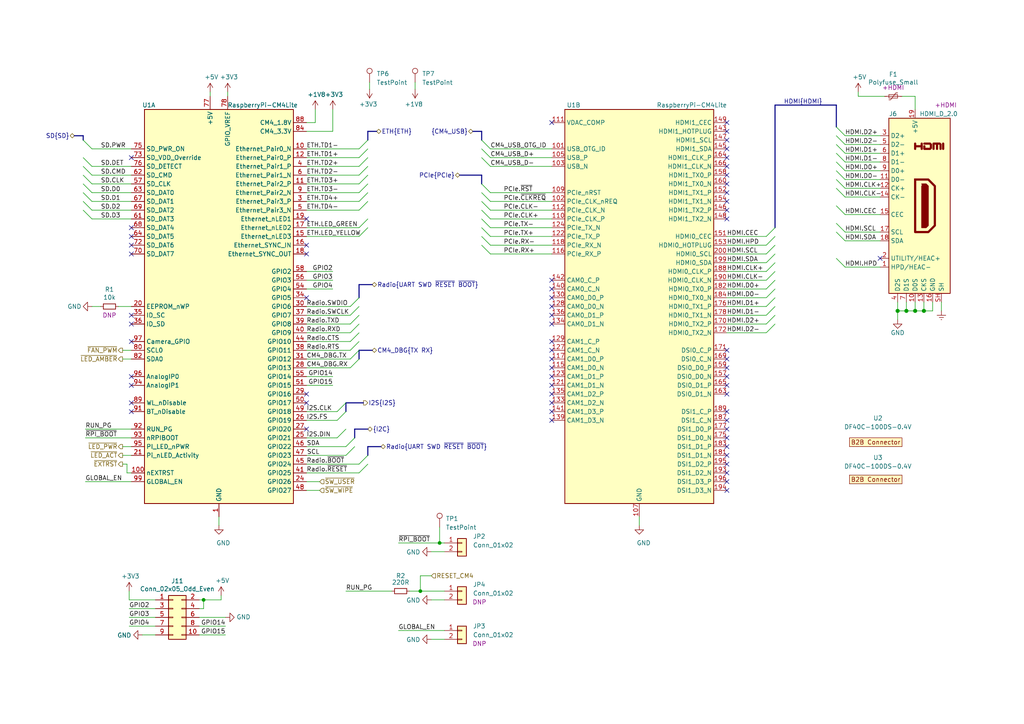
<source format=kicad_sch>
(kicad_sch (version 20210621) (generator eeschema)
  (paper "A4")
  (title_block (title "Compute Module 4") (date "2021-01-12") (rev "0.1") (company "Nabu Casa") (comment 1 "www.nabucasa.com") (comment 2 "Amber"))
  (bus_alias "UART" (members "TXD" "RXD" "CTS" "RTS"))
  (bus_alias "HDMI" (members "D0+" "D0-" "D1+" "D1-" "D2+" "D2-" "CLK+" "CLK-" "CEC" "HPD" "SDA" "SCL"))
  (bus_alias "SD" (members "D[0..3]" "CMD" "CLK" "PWR" "DET"))
  (bus_alias "PCIe" (members "~{RST}" "~{CLKREQ}" "CLK+" "CLK-" "TX+" "TX-" "RX+" "RX-"))
  (junction (at 59.055 173.99) (diameter 0.9144))
  (junction (at 121.92 171.45) (diameter 0.9144))
  (junction (at 127.508 157.48) (diameter 0.9144))
  (junction (at 260.35 90.17) (diameter 1.016))
  (junction (at 262.89 90.17) (diameter 1.016))
  (junction (at 265.43 90.17) (diameter 1.016))
  (junction (at 267.97 90.17) (diameter 1.016))
  (no_connect (at 38.1 45.72))
  (no_connect (at 38.1 66.04))
  (no_connect (at 38.1 68.58))
  (no_connect (at 38.1 71.12))
  (no_connect (at 38.1 73.66))
  (no_connect (at 38.1 91.44))
  (no_connect (at 38.1 93.98))
  (no_connect (at 38.1 99.06))
  (no_connect (at 38.1 109.22))
  (no_connect (at 38.1 111.76))
  (no_connect (at 38.1 116.84))
  (no_connect (at 38.1 119.38))
  (no_connect (at 88.9 63.5))
  (no_connect (at 88.9 71.12))
  (no_connect (at 88.9 73.66))
  (no_connect (at 88.9 86.36))
  (no_connect (at 88.9 114.3))
  (no_connect (at 88.9 116.84))
  (no_connect (at 88.9 124.46))
  (no_connect (at 160.02 35.56))
  (no_connect (at 160.02 81.28))
  (no_connect (at 160.02 83.82))
  (no_connect (at 160.02 86.36))
  (no_connect (at 160.02 88.9))
  (no_connect (at 160.02 91.44))
  (no_connect (at 160.02 93.98))
  (no_connect (at 160.02 99.06))
  (no_connect (at 160.02 101.6))
  (no_connect (at 160.02 104.14))
  (no_connect (at 160.02 106.68))
  (no_connect (at 160.02 109.22))
  (no_connect (at 160.02 111.76))
  (no_connect (at 160.02 114.3))
  (no_connect (at 160.02 116.84))
  (no_connect (at 160.02 119.38))
  (no_connect (at 160.02 121.92))
  (no_connect (at 210.82 35.56))
  (no_connect (at 210.82 38.1))
  (no_connect (at 210.82 40.64))
  (no_connect (at 210.82 43.18))
  (no_connect (at 210.82 45.72))
  (no_connect (at 210.82 48.26))
  (no_connect (at 210.82 50.8))
  (no_connect (at 210.82 53.34))
  (no_connect (at 210.82 55.88))
  (no_connect (at 210.82 58.42))
  (no_connect (at 210.82 60.96))
  (no_connect (at 210.82 63.5))
  (no_connect (at 210.82 101.6))
  (no_connect (at 210.82 104.14))
  (no_connect (at 210.82 106.68))
  (no_connect (at 210.82 109.22))
  (no_connect (at 210.82 111.76))
  (no_connect (at 210.82 114.3))
  (no_connect (at 210.82 119.38))
  (no_connect (at 210.82 121.92))
  (no_connect (at 210.82 124.46))
  (no_connect (at 210.82 127))
  (no_connect (at 210.82 129.54))
  (no_connect (at 210.82 132.08))
  (no_connect (at 210.82 134.62))
  (no_connect (at 210.82 137.16))
  (no_connect (at 210.82 139.7))
  (no_connect (at 210.82 142.24))
  (no_connect (at 255.27 74.93))
  (bus_entry (at 24.13 40.64) (size 2.54 2.54) (stroke (width 0.1524)))
  (bus_entry (at 24.13 45.72) (size 2.54 2.54) (stroke (width 0.1524)))
  (bus_entry (at 24.13 48.26) (size 2.54 2.54) (stroke (width 0.1524)))
  (bus_entry (at 24.13 50.8) (size 2.54 2.54) (stroke (width 0.1524)))
  (bus_entry (at 24.13 53.34) (size 2.54 2.54) (stroke (width 0.1524)))
  (bus_entry (at 24.13 55.88) (size 2.54 2.54) (stroke (width 0.1524)))
  (bus_entry (at 24.13 58.42) (size 2.54 2.54) (stroke (width 0.1524)))
  (bus_entry (at 24.13 60.96) (size 2.54 2.54) (stroke (width 0.1524)))
  (bus_entry (at 100.33 116.84) (size -2.54 2.54) (stroke (width 0.1524)))
  (bus_entry (at 100.33 119.38) (size -2.54 2.54) (stroke (width 0.1524)))
  (bus_entry (at 100.33 124.46) (size -2.54 2.54) (stroke (width 0.1524)))
  (bus_entry (at 102.87 127) (size -2.54 2.54) (stroke (width 0.1524)))
  (bus_entry (at 102.87 129.54) (size -2.54 2.54) (stroke (width 0.1524)))
  (bus_entry (at 104.14 43.18) (size 2.54 -2.54) (stroke (width 0.1524)))
  (bus_entry (at 104.14 45.72) (size 2.54 -2.54) (stroke (width 0.1524)))
  (bus_entry (at 104.14 48.26) (size 2.54 -2.54) (stroke (width 0.1524)))
  (bus_entry (at 104.14 50.8) (size 2.54 -2.54) (stroke (width 0.1524)))
  (bus_entry (at 104.14 53.34) (size 2.54 -2.54) (stroke (width 0.1524)))
  (bus_entry (at 104.14 55.88) (size 2.54 -2.54) (stroke (width 0.1524)))
  (bus_entry (at 104.14 58.42) (size 2.54 -2.54) (stroke (width 0.1524)))
  (bus_entry (at 104.14 60.96) (size 2.54 -2.54) (stroke (width 0.1524)))
  (bus_entry (at 104.14 66.04) (size 2.54 -2.54) (stroke (width 0.1524)))
  (bus_entry (at 104.14 68.58) (size 2.54 -2.54) (stroke (width 0.1524)))
  (bus_entry (at 104.14 86.36) (size -2.54 2.54) (stroke (width 0.1524)))
  (bus_entry (at 104.14 88.9) (size -2.54 2.54) (stroke (width 0.1524)))
  (bus_entry (at 104.14 91.44) (size -2.54 2.54) (stroke (width 0.1524)))
  (bus_entry (at 104.14 93.98) (size -2.54 2.54) (stroke (width 0.1524)))
  (bus_entry (at 104.14 96.52) (size -2.54 2.54) (stroke (width 0.1524)))
  (bus_entry (at 104.14 99.06) (size -2.54 2.54) (stroke (width 0.1524)))
  (bus_entry (at 104.14 101.6) (size -2.54 2.54) (stroke (width 0.1524)))
  (bus_entry (at 104.14 104.14) (size -2.54 2.54) (stroke (width 0.1524)))
  (bus_entry (at 106.68 132.08) (size -2.54 2.54) (stroke (width 0.1524)))
  (bus_entry (at 106.68 134.62) (size -2.54 2.54) (stroke (width 0.1524)))
  (bus_entry (at 139.7 40.64) (size 2.54 2.54) (stroke (width 0.1524)))
  (bus_entry (at 139.7 43.18) (size 2.54 2.54) (stroke (width 0.1524)))
  (bus_entry (at 139.7 45.72) (size 2.54 2.54) (stroke (width 0.1524)))
  (bus_entry (at 139.7 53.34) (size 2.54 2.54) (stroke (width 0.1524)))
  (bus_entry (at 139.7 55.88) (size 2.54 2.54) (stroke (width 0.1524)))
  (bus_entry (at 139.7 58.42) (size 2.54 2.54) (stroke (width 0.1524)))
  (bus_entry (at 139.7 60.96) (size 2.54 2.54) (stroke (width 0.1524)))
  (bus_entry (at 139.7 63.5) (size 2.54 2.54) (stroke (width 0.1524)))
  (bus_entry (at 139.7 66.04) (size 2.54 2.54) (stroke (width 0.1524)))
  (bus_entry (at 139.7 68.58) (size 2.54 2.54) (stroke (width 0.1524)))
  (bus_entry (at 139.7 71.12) (size 2.54 2.54) (stroke (width 0.1524)))
  (bus_entry (at 224.79 66.04) (size -2.54 2.54) (stroke (width 0.1524)))
  (bus_entry (at 224.79 68.58) (size -2.54 2.54) (stroke (width 0.1524)))
  (bus_entry (at 224.79 71.12) (size -2.54 2.54) (stroke (width 0.1524)))
  (bus_entry (at 224.79 73.66) (size -2.54 2.54) (stroke (width 0.1524)))
  (bus_entry (at 224.79 76.2) (size -2.54 2.54) (stroke (width 0.1524)))
  (bus_entry (at 224.79 78.74) (size -2.54 2.54) (stroke (width 0.1524)))
  (bus_entry (at 224.79 81.28) (size -2.54 2.54) (stroke (width 0.1524)))
  (bus_entry (at 224.79 83.82) (size -2.54 2.54) (stroke (width 0.1524)))
  (bus_entry (at 224.79 86.36) (size -2.54 2.54) (stroke (width 0.1524)))
  (bus_entry (at 224.79 88.9) (size -2.54 2.54) (stroke (width 0.1524)))
  (bus_entry (at 224.79 91.44) (size -2.54 2.54) (stroke (width 0.1524)))
  (bus_entry (at 224.79 93.98) (size -2.54 2.54) (stroke (width 0.1524)))
  (bus_entry (at 242.57 36.83) (size 2.54 2.54) (stroke (width 0.1524)))
  (bus_entry (at 242.57 39.37) (size 2.54 2.54) (stroke (width 0.1524)))
  (bus_entry (at 242.57 41.91) (size 2.54 2.54) (stroke (width 0.1524)))
  (bus_entry (at 242.57 44.45) (size 2.54 2.54) (stroke (width 0.1524)))
  (bus_entry (at 242.57 46.99) (size 2.54 2.54) (stroke (width 0.1524)))
  (bus_entry (at 242.57 49.53) (size 2.54 2.54) (stroke (width 0.1524)))
  (bus_entry (at 242.57 52.07) (size 2.54 2.54) (stroke (width 0.1524)))
  (bus_entry (at 242.57 54.61) (size 2.54 2.54) (stroke (width 0.1524)))
  (bus_entry (at 242.57 59.69) (size 2.54 2.54) (stroke (width 0.1524)))
  (bus_entry (at 242.57 64.77) (size 2.54 2.54) (stroke (width 0.1524)))
  (bus_entry (at 242.57 67.31) (size 2.54 2.54) (stroke (width 0.1524)))
  (bus_entry (at 242.57 74.93) (size 2.54 2.54) (stroke (width 0.1524)))
  (wire (pts (xy 24.765 124.46) (xy 38.1 124.46)))
  (wire (pts (xy 24.765 127) (xy 38.1 127)))
  (wire (pts (xy 24.765 139.7) (xy 38.1 139.7)))
  (wire (pts (xy 26.67 43.18) (xy 38.1 43.18)))
  (wire (pts (xy 26.67 48.26) (xy 38.1 48.26)))
  (wire (pts (xy 26.67 50.8) (xy 38.1 50.8)))
  (wire (pts (xy 26.67 53.34) (xy 38.1 53.34)))
  (wire (pts (xy 26.67 55.88) (xy 38.1 55.88)))
  (wire (pts (xy 26.67 58.42) (xy 38.1 58.42)))
  (wire (pts (xy 26.67 60.96) (xy 38.1 60.96)))
  (wire (pts (xy 26.67 63.5) (xy 38.1 63.5)))
  (wire (pts (xy 26.67 88.9) (xy 29.21 88.9)))
  (wire (pts (xy 34.29 88.9) (xy 38.1 88.9)))
  (wire (pts (xy 35.56 101.6) (xy 38.1 101.6)))
  (wire (pts (xy 35.56 104.14) (xy 38.1 104.14)))
  (wire (pts (xy 35.56 129.54) (xy 38.1 129.54)))
  (wire (pts (xy 35.56 132.08) (xy 38.1 132.08)))
  (wire (pts (xy 36.83 134.62) (xy 35.56 134.62)))
  (wire (pts (xy 36.83 137.16) (xy 36.83 134.62)))
  (wire (pts (xy 37.465 173.99) (xy 37.465 171.45)))
  (wire (pts (xy 37.465 176.53) (xy 45.085 176.53)))
  (wire (pts (xy 37.465 179.07) (xy 45.085 179.07)))
  (wire (pts (xy 37.465 181.61) (xy 45.085 181.61)))
  (wire (pts (xy 38.1 137.16) (xy 36.83 137.16)))
  (wire (pts (xy 41.275 184.15) (xy 45.085 184.15)))
  (wire (pts (xy 45.085 173.99) (xy 37.465 173.99)))
  (wire (pts (xy 57.785 173.99) (xy 59.055 173.99)))
  (wire (pts (xy 57.785 176.53) (xy 59.055 176.53)))
  (wire (pts (xy 57.785 179.07) (xy 65.405 179.07)))
  (wire (pts (xy 57.785 181.61) (xy 65.405 181.61)))
  (wire (pts (xy 57.785 184.15) (xy 65.405 184.15)))
  (wire (pts (xy 59.055 173.99) (xy 64.135 173.99)))
  (wire (pts (xy 59.055 176.53) (xy 59.055 173.99)))
  (wire (pts (xy 60.96 26.67) (xy 60.96 27.94)))
  (wire (pts (xy 63.5 149.86) (xy 63.5 152.4)))
  (wire (pts (xy 64.135 173.99) (xy 64.135 172.72)))
  (wire (pts (xy 66.04 26.67) (xy 66.04 27.94)))
  (wire (pts (xy 88.9 35.56) (xy 91.44 35.56)))
  (wire (pts (xy 88.9 38.1) (xy 96.52 38.1)))
  (wire (pts (xy 88.9 43.18) (xy 104.14 43.18)))
  (wire (pts (xy 88.9 45.72) (xy 104.14 45.72)))
  (wire (pts (xy 88.9 48.26) (xy 104.14 48.26)))
  (wire (pts (xy 88.9 50.8) (xy 104.14 50.8)))
  (wire (pts (xy 88.9 53.34) (xy 104.14 53.34)))
  (wire (pts (xy 88.9 55.88) (xy 104.14 55.88)))
  (wire (pts (xy 88.9 58.42) (xy 104.14 58.42)))
  (wire (pts (xy 88.9 60.96) (xy 104.14 60.96)))
  (wire (pts (xy 88.9 66.04) (xy 104.14 66.04)))
  (wire (pts (xy 88.9 68.58) (xy 104.14 68.58)))
  (wire (pts (xy 88.9 88.9) (xy 101.6 88.9)))
  (wire (pts (xy 88.9 91.44) (xy 101.6 91.44)))
  (wire (pts (xy 88.9 93.98) (xy 101.6 93.98)))
  (wire (pts (xy 88.9 96.52) (xy 101.6 96.52)))
  (wire (pts (xy 88.9 99.06) (xy 101.6 99.06)))
  (wire (pts (xy 88.9 101.6) (xy 101.6 101.6)))
  (wire (pts (xy 88.9 104.14) (xy 101.6 104.14)))
  (wire (pts (xy 88.9 106.68) (xy 101.6 106.68)))
  (wire (pts (xy 88.9 109.22) (xy 96.52 109.22)))
  (wire (pts (xy 88.9 111.76) (xy 96.52 111.76)))
  (wire (pts (xy 88.9 119.38) (xy 97.79 119.38)))
  (wire (pts (xy 88.9 121.92) (xy 97.79 121.92)))
  (wire (pts (xy 88.9 127) (xy 97.79 127)))
  (wire (pts (xy 88.9 129.54) (xy 100.33 129.54)))
  (wire (pts (xy 88.9 132.08) (xy 100.33 132.08)))
  (wire (pts (xy 88.9 134.62) (xy 104.14 134.62)))
  (wire (pts (xy 88.9 137.16) (xy 104.14 137.16)))
  (wire (pts (xy 88.9 139.7) (xy 92.71 139.7)))
  (wire (pts (xy 88.9 142.24) (xy 92.71 142.24)))
  (wire (pts (xy 91.44 35.56) (xy 91.44 31.75)))
  (wire (pts (xy 96.52 38.1) (xy 96.52 31.75)))
  (wire (pts (xy 96.52 78.74) (xy 88.9 78.74)))
  (wire (pts (xy 96.52 81.28) (xy 88.9 81.28)))
  (wire (pts (xy 96.52 83.82) (xy 88.9 83.82)))
  (wire (pts (xy 100.33 171.45) (xy 113.665 171.45)))
  (wire (pts (xy 107.188 23.876) (xy 107.188 25.908)))
  (wire (pts (xy 115.57 157.48) (xy 127.508 157.48)))
  (wire (pts (xy 115.57 182.88) (xy 128.905 182.88)))
  (wire (pts (xy 118.745 171.45) (xy 121.92 171.45)))
  (wire (pts (xy 120.396 23.876) (xy 120.396 25.908)))
  (wire (pts (xy 121.92 167.005) (xy 121.92 171.45)))
  (wire (pts (xy 121.92 171.45) (xy 128.905 171.45)))
  (wire (pts (xy 125.095 160.02) (xy 128.905 160.02)))
  (wire (pts (xy 125.095 167.005) (xy 121.92 167.005)))
  (wire (pts (xy 125.095 173.99) (xy 128.905 173.99)))
  (wire (pts (xy 125.095 185.42) (xy 128.905 185.42)))
  (wire (pts (xy 127.508 152.908) (xy 127.508 157.48)))
  (wire (pts (xy 127.508 157.48) (xy 128.905 157.48)))
  (wire (pts (xy 142.24 43.18) (xy 160.02 43.18)))
  (wire (pts (xy 142.24 45.72) (xy 160.02 45.72)))
  (wire (pts (xy 142.24 48.26) (xy 160.02 48.26)))
  (wire (pts (xy 142.24 55.88) (xy 160.02 55.88)))
  (wire (pts (xy 142.24 58.42) (xy 160.02 58.42)))
  (wire (pts (xy 142.24 60.96) (xy 160.02 60.96)))
  (wire (pts (xy 142.24 63.5) (xy 160.02 63.5)))
  (wire (pts (xy 142.24 66.04) (xy 160.02 66.04)))
  (wire (pts (xy 142.24 68.58) (xy 160.02 68.58)))
  (wire (pts (xy 142.24 71.12) (xy 160.02 71.12)))
  (wire (pts (xy 142.24 73.66) (xy 160.02 73.66)))
  (wire (pts (xy 185.42 149.86) (xy 185.42 152.4)))
  (wire (pts (xy 210.82 68.58) (xy 222.25 68.58)))
  (wire (pts (xy 210.82 71.12) (xy 222.25 71.12)))
  (wire (pts (xy 210.82 73.66) (xy 222.25 73.66)))
  (wire (pts (xy 210.82 76.2) (xy 222.25 76.2)))
  (wire (pts (xy 210.82 78.74) (xy 222.25 78.74)))
  (wire (pts (xy 210.82 81.28) (xy 222.25 81.28)))
  (wire (pts (xy 210.82 83.82) (xy 222.25 83.82)))
  (wire (pts (xy 210.82 86.36) (xy 222.25 86.36)))
  (wire (pts (xy 210.82 88.9) (xy 222.25 88.9)))
  (wire (pts (xy 210.82 91.44) (xy 222.25 91.44)))
  (wire (pts (xy 210.82 93.98) (xy 222.25 93.98)))
  (wire (pts (xy 210.82 96.52) (xy 222.25 96.52)))
  (wire (pts (xy 245.11 39.37) (xy 255.27 39.37)))
  (wire (pts (xy 245.11 41.91) (xy 255.27 41.91)))
  (wire (pts (xy 245.11 44.45) (xy 255.27 44.45)))
  (wire (pts (xy 245.11 46.99) (xy 255.27 46.99)))
  (wire (pts (xy 245.11 49.53) (xy 255.27 49.53)))
  (wire (pts (xy 245.11 52.07) (xy 255.27 52.07)))
  (wire (pts (xy 245.11 54.61) (xy 255.27 54.61)))
  (wire (pts (xy 245.11 57.15) (xy 255.27 57.15)))
  (wire (pts (xy 245.11 62.23) (xy 255.27 62.23)))
  (wire (pts (xy 245.11 67.31) (xy 255.27 67.31)))
  (wire (pts (xy 245.11 69.85) (xy 255.27 69.85)))
  (wire (pts (xy 245.11 77.47) (xy 255.27 77.47)))
  (wire (pts (xy 248.92 27.94) (xy 248.92 26.67)))
  (wire (pts (xy 256.54 27.94) (xy 248.92 27.94)))
  (wire (pts (xy 260.35 87.63) (xy 260.35 90.17)))
  (wire (pts (xy 260.35 90.17) (xy 260.35 92.71)))
  (wire (pts (xy 260.35 90.17) (xy 262.89 90.17)))
  (wire (pts (xy 262.89 90.17) (xy 262.89 87.63)))
  (wire (pts (xy 262.89 90.17) (xy 265.43 90.17)))
  (wire (pts (xy 265.43 27.94) (xy 261.62 27.94)))
  (wire (pts (xy 265.43 31.75) (xy 265.43 27.94)))
  (wire (pts (xy 265.43 90.17) (xy 265.43 87.63)))
  (wire (pts (xy 265.43 90.17) (xy 267.97 90.17)))
  (wire (pts (xy 267.97 90.17) (xy 267.97 87.63)))
  (wire (pts (xy 267.97 90.17) (xy 270.51 90.17)))
  (wire (pts (xy 270.51 90.17) (xy 270.51 87.63)))
  (wire (pts (xy 273.05 90.17) (xy 273.05 87.63)))
  (bus (pts (xy 21.59 39.37) (xy 24.13 39.37)))
  (bus (pts (xy 24.13 39.37) (xy 24.13 60.96)))
  (bus (pts (xy 100.33 116.84) (xy 100.33 124.46)))
  (bus (pts (xy 102.87 124.46) (xy 102.87 129.54)))
  (bus (pts (xy 104.14 82.55) (xy 104.14 99.06)))
  (bus (pts (xy 104.14 101.6) (xy 107.95 101.6)))
  (bus (pts (xy 104.14 104.14) (xy 104.14 101.6)))
  (bus (pts (xy 105.41 116.84) (xy 100.33 116.84)))
  (bus (pts (xy 106.68 38.1) (xy 106.68 66.04)))
  (bus (pts (xy 106.68 38.1) (xy 109.22 38.1)))
  (bus (pts (xy 106.68 124.46) (xy 102.87 124.46)))
  (bus (pts (xy 106.68 129.54) (xy 106.68 134.62)))
  (bus (pts (xy 107.95 82.55) (xy 104.14 82.55)))
  (bus (pts (xy 110.49 129.54) (xy 106.68 129.54)))
  (bus (pts (xy 133.35 50.8) (xy 139.7 50.8)))
  (bus (pts (xy 137.16 38.1) (xy 139.7 38.1)))
  (bus (pts (xy 139.7 38.1) (xy 139.7 45.72)))
  (bus (pts (xy 139.7 50.8) (xy 139.7 71.12)))
  (bus (pts (xy 224.79 30.48) (xy 224.79 93.98)))
  (bus (pts (xy 242.57 30.48) (xy 224.79 30.48)))
  (bus (pts (xy 242.57 30.48) (xy 242.57 74.93)))
  (label "RUN_PG" (at 24.765 124.46 0))
  (label "~{RPI_BOOT}" (at 24.765 127 0))
  (label "GLOBAL_EN" (at 24.765 139.7 0))
  (label "SD.PWR" (at 29.21 43.18 0))
  (label "SD.DET" (at 29.21 48.26 0))
  (label "SD.CMD" (at 29.21 50.8 0))
  (label "SD.CLK" (at 29.21 53.34 0))
  (label "SD.D0" (at 29.21 55.88 0))
  (label "SD.D1" (at 29.21 58.42 0))
  (label "SD.D2" (at 29.21 60.96 0))
  (label "SD.D3" (at 29.21 63.5 0))
  (label "GPIO2" (at 37.465 176.53 0))
  (label "GPIO3" (at 37.465 179.07 0))
  (label "GPIO4" (at 37.465 181.61 0))
  (label "GPIO14" (at 65.405 181.61 180))
  (label "GPIO15" (at 65.405 184.15 180))
  (label "ETH.TD1-" (at 88.9 43.18 0))
  (label "ETH.TD1+" (at 88.9 45.72 0))
  (label "ETH.TD2+" (at 88.9 48.26 0))
  (label "ETH.TD2-" (at 88.9 50.8 0))
  (label "ETH.TD3+" (at 88.9 53.34 0))
  (label "ETH.TD3-" (at 88.9 55.88 0))
  (label "ETH.TD4+" (at 88.9 58.42 0))
  (label "ETH.TD4-" (at 88.9 60.96 0))
  (label "ETH.LED_GREEN" (at 88.9 66.04 0))
  (label "ETH.LED_YELLOW" (at 88.9 68.58 0))
  (label "Radio.SWDIO" (at 88.9 88.9 0))
  (label "Radio.SWCLK" (at 88.9 91.44 0))
  (label "Radio.TXD" (at 88.9 93.98 0))
  (label "Radio.RXD" (at 88.9 96.52 0))
  (label "Radio.CTS" (at 88.9 99.06 0))
  (label "Radio.RTS" (at 88.9 101.6 0))
  (label "CM4_DBG.TX" (at 88.9 104.14 0))
  (label "CM4_DBG.RX" (at 88.9 106.68 0))
  (label "I2S.CLK" (at 88.9 119.38 0))
  (label "I2S.FS" (at 88.9 121.92 0))
  (label "I2S.DIN" (at 88.9 127 0))
  (label "Radio.~{BOOT}" (at 88.9 134.62 0))
  (label "Radio.~{RESET}" (at 88.9 137.16 0))
  (label "SDA" (at 92.71 129.54 180))
  (label "SCL" (at 92.71 132.08 180))
  (label "GPIO2" (at 96.52 78.74 180))
  (label "GPIO3" (at 96.52 81.28 180))
  (label "GPIO4" (at 96.52 83.82 180))
  (label "GPIO14" (at 96.52 109.22 180))
  (label "GPIO15" (at 96.52 111.76 180))
  (label "RUN_PG" (at 100.33 171.45 0))
  (label "~{RPI_BOOT}" (at 115.57 157.48 0))
  (label "GLOBAL_EN" (at 115.57 182.88 0))
  (label "CM4_USB_OTG_ID" (at 142.24 43.18 0))
  (label "CM4_USB_D+" (at 142.24 45.72 0))
  (label "CM4_USB_D-" (at 142.24 48.26 0))
  (label "PCIe.~{RST}" (at 146.05 55.88 0))
  (label "PCIe.~{CLKREQ}" (at 146.05 58.42 0))
  (label "PCIe.CLK-" (at 146.05 60.96 0))
  (label "PCIe.CLK+" (at 146.05 63.5 0))
  (label "PCIe.TX-" (at 146.05 66.04 0))
  (label "PCIe.TX+" (at 146.05 68.58 0))
  (label "PCIe.RX-" (at 146.05 71.12 0))
  (label "PCIe.RX+" (at 146.05 73.66 0))
  (label "HDMI.CEC" (at 210.82 68.58 0))
  (label "HDMI.HPD" (at 210.82 71.12 0))
  (label "HDMI.SCL" (at 210.82 73.66 0))
  (label "HDMI.SDA" (at 210.82 76.2 0))
  (label "HDMI.CLK+" (at 210.82 78.74 0))
  (label "HDMI.CLK-" (at 210.82 81.28 0))
  (label "HDMI.D0+" (at 210.82 83.82 0))
  (label "HDMI.D0-" (at 210.82 86.36 0))
  (label "HDMI.D1+" (at 210.82 88.9 0))
  (label "HDMI.D1-" (at 210.82 91.44 0))
  (label "HDMI.D2+" (at 210.82 93.98 0))
  (label "HDMI.D2-" (at 210.82 96.52 0))
  (label "HDMI{HDMI}" (at 227.33 30.48 0))
  (label "HDMI.D2+" (at 245.11 39.37 0))
  (label "HDMI.D2-" (at 245.11 41.91 0))
  (label "HDMI.D1+" (at 245.11 44.45 0))
  (label "HDMI.D1-" (at 245.11 46.99 0))
  (label "HDMI.D0+" (at 245.11 49.53 0))
  (label "HDMI.D0-" (at 245.11 52.07 0))
  (label "HDMI.CLK+" (at 245.11 54.61 0))
  (label "HDMI.CLK-" (at 245.11 57.15 0))
  (label "HDMI.CEC" (at 245.11 62.23 0))
  (label "HDMI.SCL" (at 245.11 67.31 0))
  (label "HDMI.SDA" (at 245.11 69.85 0))
  (label "HDMI.HPD" (at 245.11 77.47 0))
  (hierarchical_label "SD{SD}" (shape bidirectional) (at 21.59 39.37 180))
  (hierarchical_label "~{FAN_PWM}" (shape output) (at 35.56 101.6 180))
  (hierarchical_label "~{LED_AMBER}" (shape output) (at 35.56 104.14 180))
  (hierarchical_label "~{LED_PWR}" (shape output) (at 35.56 129.54 180))
  (hierarchical_label "~{LED_ACT}" (shape output) (at 35.56 132.08 180))
  (hierarchical_label "~{EXTRST}" (shape output) (at 35.56 134.62 180))
  (hierarchical_label "~{SW_USER}" (shape input) (at 92.71 139.7 0))
  (hierarchical_label "~{SW_WIPE}" (shape input) (at 92.71 142.24 0))
  (hierarchical_label "I2S{I2S}" (shape output) (at 105.41 116.84 0))
  (hierarchical_label "{I2C}" (shape bidirectional) (at 106.68 124.46 0))
  (hierarchical_label "Radio{UART SWD ~{RESET} ~{BOOT}}" (shape bidirectional) (at 107.95 82.55 0))
  (hierarchical_label "CM4_DBG{TX RX}" (shape bidirectional) (at 107.95 101.6 0))
  (hierarchical_label "ETH{ETH}" (shape bidirectional) (at 109.22 38.1 0))
  (hierarchical_label "Radio{UART SWD ~{RESET} ~{BOOT}}" (shape bidirectional) (at 110.49 129.54 0))
  (hierarchical_label "RESET_CM4" (shape input) (at 125.095 167.005 0))
  (hierarchical_label "PCIe{PCIe}" (shape bidirectional) (at 133.35 50.8 180))
  (hierarchical_label "{CM4_USB}" (shape bidirectional) (at 137.16 38.1 180))
  (symbol (lib_id "power:+3V3") (at 37.465 171.45 0) (unit 1)
    (property "Reference" "#PWR02" (effects hide))
    (property "Value" "+3V3" (at 37.8333 167.1256 0))
  )
  (symbol (lib_id "power:+5V") (at 60.96 26.67 0) (unit 1)
    (property "Reference" "#PWR04" (effects hide))
    (property "Value" "+5V" (at 61.3283 22.3456 0))
  )
  (symbol (lib_id "power:+5V") (at 64.135 172.72 0) (unit 1)
    (property "Reference" "#PWR06" (effects hide))
    (property "Value" "+5V" (at 64.5033 168.3956 0))
  )
  (symbol (lib_id "power:+3V3") (at 66.04 26.67 0) (unit 1)
    (property "Reference" "#PWR08" (effects hide))
    (property "Value" "+3V3" (at 66.4083 22.3456 0))
  )
  (symbol (lib_id "power:+1V8") (at 91.44 31.75 0) (unit 1)
    (property "Reference" "#PWR09" (effects hide))
    (property "Value" "+1V8" (at 91.8083 27.4256 0))
  )
  (symbol (lib_id "power:+3V3") (at 96.52 31.75 0) (unit 1)
    (property "Reference" "#PWR010" (effects hide))
    (property "Value" "+3V3" (at 96.8883 27.4256 0))
  )
  (symbol (lib_id "power:+3V3") (at 107.188 25.908 180) (unit 1)
    (property "Reference" "#PWR0201" (effects hide))
    (property "Value" "+3V3" (at 106.8197 30.2324 0))
  )
  (symbol (lib_id "power:+1V8") (at 120.396 25.908 180) (unit 1)
    (property "Reference" "#PWR0202" (effects hide))
    (property "Value" "+1V8" (at 120.0277 30.2324 0))
  )
  (symbol (lib_id "power:+5V") (at 248.92 26.67 0) (unit 1)
    (property "Reference" "#PWR015" (effects hide))
    (property "Value" "+5V" (at 249.2883 22.3456 0))
  )
  (symbol (lib_id "Connector:TestPoint") (at 107.188 23.876 0) (unit 1)
    (property "Reference" "TP6" (at 109.22 21.3994 0) (effects (justify left)))
    (property "Value" "TestPoint" (at 109.22 23.9394 0) (effects (justify left)))
    (property "Footprint" "TestPoint:TestPoint_Pad_D1.0mm" (effects hide))
  )
  (symbol (lib_id "Connector:TestPoint") (at 120.396 23.876 0) (unit 1)
    (property "Reference" "TP7" (at 122.428 21.3994 0) (effects (justify left)))
    (property "Value" "TestPoint" (at 122.428 23.9394 0) (effects (justify left)))
    (property "Footprint" "TestPoint:TestPoint_Pad_D1.0mm" (effects hide))
  )
  (symbol (lib_id "Connector:TestPoint") (at 127.508 152.908 0) (unit 1)
    (property "Reference" "TP1" (at 129.286 150.4314 0) (effects (justify left)))
    (property "Value" "TestPoint" (at 129.286 152.9714 0) (effects (justify left)))
    (property "Footprint" "TestPoint:TestPoint_Pad_D1.0mm" (effects hide))
  )
  (symbol (lib_id "power:GND") (at 26.67 88.9 270) (unit 1)
    (property "Reference" "#PWR01" (effects hide))
    (property "Value" "GND" (at 21.59 88.9 90))
  )
  (symbol (lib_id "power:GND") (at 41.275 184.15 270) (unit 1)
    (property "Reference" "#PWR03" (effects hide))
    (property "Value" "GND" (at 38.1 184.2643 90) (effects (justify right)))
  )
  (symbol (lib_id "power:GND") (at 63.5 152.4 0) (unit 1)
    (property "Reference" "#PWR05" (effects hide))
    (property "Value" "GND" (at 64.77 157.48 0))
  )
  (symbol (lib_id "power:GND") (at 65.405 179.07 90) (unit 1)
    (property "Reference" "#PWR07" (effects hide))
    (property "Value" "GND" (at 68.5801 178.9557 90) (effects (justify right)))
  )
  (symbol (lib_id "power:GND") (at 125.095 160.02 270) (unit 1)
    (property "Reference" "#PWR011" (effects hide))
    (property "Value" "GND" (at 121.92 160.1343 90) (effects (justify right)))
  )
  (symbol (lib_id "power:GND") (at 125.095 173.99 270) (unit 1)
    (property "Reference" "#PWR012" (effects hide))
    (property "Value" "GND" (at 121.92 174.1043 90) (effects (justify right)))
  )
  (symbol (lib_id "power:GND") (at 125.095 185.42 270) (unit 1)
    (property "Reference" "#PWR013" (effects hide))
    (property "Value" "GND" (at 121.92 185.5343 90) (effects (justify right)))
  )
  (symbol (lib_id "power:GND") (at 185.42 152.4 0) (unit 1)
    (property "Reference" "#PWR014" (effects hide))
    (property "Value" "GND" (at 186.69 157.48 0))
  )
  (symbol (lib_id "power:GND") (at 260.35 92.71 0) (unit 1)
    (property "Reference" "#PWR016" (effects hide))
    (property "Value" "GND" (at 260.35 96.52 0))
  )
  (symbol (lib_id "power:Earth") (at 273.05 90.17 0) (unit 1)
    (property "Reference" "#PWR017" (effects hide))
    (property "Value" "Earth" (effects hide))
  )
  (symbol (lib_id "Device:R_Small") (at 31.75 88.9 90) (unit 1)
    (property "Reference" "R1" (at 31.75 83.9532 90))
    (property "Value" "10k" (at 31.75 86.252 90))
    (property "Footprint" "Resistor_SMD:R_0402_1005Metric" (effects hide))
    (property "Config" "DNP" (at 31.75 91.44 90))
  )
  (symbol (lib_id "Device:R_Small") (at 116.205 171.45 90) (unit 1)
    (property "Reference" "R2" (at 116.205 167.005 90))
    (property "Value" "220R" (at 116.205 168.91 90))
    (property "Footprint" "Resistor_SMD:R_0402_1005Metric" (effects hide))
  )
  (symbol (lib_id "Device:Polyfuse_Small") (at 259.08 27.94 90) (unit 1)
    (property "Reference" "F1" (at 259.08 21.5708 90))
    (property "Value" "Polyfuse_Small" (at 259.08 23.8695 90))
    (property "Footprint" "Fuse:Fuse_1206_3216Metric" (effects hide))
    (property "Config" "+HDMI" (at 259.08 25.4 90))
    (property "Manufacturer" "Bel Fuse" (effects hide))
    (property "PartNumber" "0ZCJ0010FF2E" (effects hide))
  )
  (symbol (lib_id "Connector_Generic:Conn_01x02") (at 133.985 157.48 0) (unit 1)
    (property "Reference" "JP2" (at 137.16 155.5749 0) (effects (justify left)))
    (property "Value" "Conn_01x02" (at 137.16 158.1149 0) (effects (justify left)))
    (property "Footprint" "Connector_PinHeader_2.54mm:PinHeader_1x02_P2.54mm_Vertical" (effects hide))
    (property "Manufacturer" "Adam Tech" (effects hide))
    (property "PartNumber" "PH1-02-UA" (effects hide))
  )
  (symbol (lib_id "Connector_Generic:Conn_01x02") (at 133.985 171.45 0) (unit 1)
    (property "Reference" "JP4" (at 137.16 169.5449 0) (effects (justify left)))
    (property "Value" "Conn_01x02" (at 137.16 172.0849 0) (effects (justify left)))
    (property "Footprint" "Connector_PinHeader_2.54mm:PinHeader_1x02_P2.54mm_Vertical" (effects hide))
    (property "Config" "DNP" (at 139.065 174.625 0))
    (property "Manufacturer" "Adam Tech" (effects hide))
    (property "PartNumber" "PH1-02-UA" (effects hide))
  )
  (symbol (lib_id "Connector_Generic:Conn_01x02") (at 133.985 182.88 0) (unit 1)
    (property "Reference" "JP3" (at 137.16 181.6099 0) (effects (justify left)))
    (property "Value" "Conn_01x02" (at 137.16 184.1499 0) (effects (justify left)))
    (property "Footprint" "Connector_PinHeader_2.54mm:PinHeader_1x02_P2.54mm_Vertical" (effects hide))
    (property "Config" "DNP" (at 139.065 186.69 0))
    (property "Manufacturer" "Adam Tech" (effects hide))
    (property "PartNumber" "PH1-02-UA" (effects hide))
  )
  (symbol (lib_id "Amber:DF40C-100DS-0.4V(51)") (at 254 128.27 0) (unit 1)
    (property "Reference" "U2" (at 254.635 121.285 0))
    (property "Value" "DF40C-100DS-0.4V" (at 254.635 123.825 0))
    (property "Footprint" "Amber:Hirose_DF40_DF40C-100DS-0.4V_2x50_P0.40mm_Vertical_Virtual" (effects hide))
    (property "Datasheet" "https://www.hirose.com/product/download/?distributor=digikey&type=specSheet&lang=en&num=DF40C-100DS-0.4V(51)" (effects hide))
    (property "Manufacturer" "Hirose Electric" (effects hide))
    (property "PartNumber" "DF40C-100DS-0.4V(51)" (effects hide))
  )
  (symbol (lib_id "Amber:DF40C-100DS-0.4V(51)") (at 254 139.065 0) (unit 1)
    (property "Reference" "U3" (at 254.635 132.715 0))
    (property "Value" "DF40C-100DS-0.4V" (at 254.635 135.255 0))
    (property "Footprint" "Amber:Hirose_DF40_DF40C-100DS-0.4V_2x50_P0.40mm_Vertical_Virtual" (effects hide))
    (property "Datasheet" "https://www.hirose.com/product/download/?distributor=digikey&type=specSheet&lang=en&num=DF40C-100DS-0.4V(51)" (effects hide))
    (property "Manufacturer" "Hirose Electric" (effects hide))
    (property "PartNumber" "DF40C-100DS-0.4V(51)" (effects hide))
  )
  (symbol (lib_id "Connector_Generic:Conn_02x05_Odd_Even") (at 50.165 179.07 0) (unit 1)
    (property "Reference" "J11" (at 51.435 168.5098 0))
    (property "Value" "Conn_02x05_Odd_Even" (at 51.435 170.8085 0))
    (property "Footprint" "Connector_PinHeader_2.54mm:PinHeader_2x05_P2.54mm_Vertical" (effects hide))
    (property "Manufacturer" "Adam Tech" (effects hide))
    (property "PartNumber" "PH2-10-UA" (effects hide))
  )
  (symbol (lib_id "Connector:HDMI_D_1.4") (at 265.43 59.69 0) (unit 1)
    (property "Reference" "J6" (at 257.81 33.02 0) (effects (justify left)))
    (property "Value" "HDMI_D_2.0" (at 266.7 33.02 0) (effects (justify left)))
    (property "Footprint" "Connector_HDMI:HDMI_Micro-D_Molex_46765-1x01" (effects hide))
    (property "Datasheet" "http://pinoutguide.com/PortableDevices/micro_hdmi_type_d_pinout.shtml" (effects hide))
    (property "Config" "+HDMI" (at 274.32 30.48 0))
    (property "Manufacturer" "Molex" (effects hide))
    (property "PartNumber" "0467651301" (effects hide))
  )
  (symbol (lib_name "Amber:RaspberryPi-CM4Lite_1") (lib_id "Amber:RaspberryPi-CM4Lite") (at 185.42 88.9 0) (unit 2) (in_bom no)
    (property "Reference" "U1" (at 166.37 30.48 0))
    (property "Value" "RaspberryPi-CM4Lite" (at 200.66 30.48 0))
    (property "Footprint" "Amber:RaspberryPi-CM4" (effects hide))
    (property "Manufacturer" "Raspberry Pi Foundation" (effects hide))
    (property "PartNumber" "CM4002016" (effects hide))
  )
  (symbol (lib_id "Amber:RaspberryPi-CM4Lite") (at 63.5 88.9 0) (unit 1) (in_bom no)
    (property "Reference" "U1" (at 43.18 30.48 0))
    (property "Value" "RaspberryPi-CM4Lite" (at 76.2 30.48 0))
    (property "Footprint" "Amber:RaspberryPi-CM4" (effects hide))
    (property "Manufacturer" "Raspberry Pi Foundation" (effects hide))
    (property "PartNumber" "CM4002016" (effects hide))
    (pin "76" (alternate "SD_DETECT"))
  )
)
</source>
